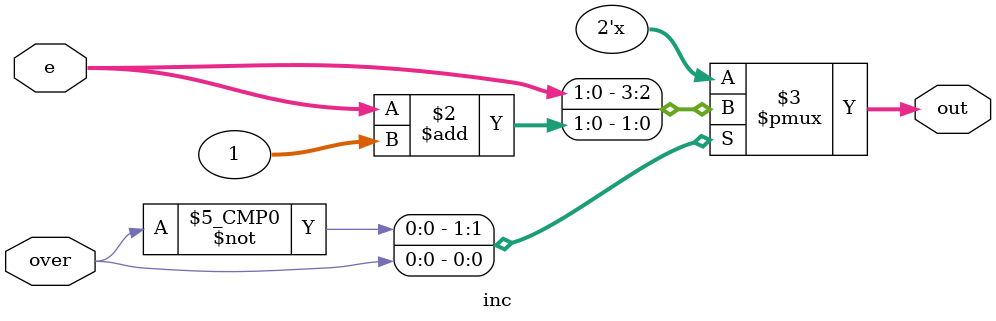
<source format=v>
`timescale 1ns / 1ps


module inc(e,over,out); // in in in out
    input  [1:0] e ;   // select line
    input  over;  // 
    output reg [1:0] out;  //output



always @( e or over) begin
    case (over)
        0: out <= e;
        1: out <= e+1;
    endcase
end

endmodule  
</source>
